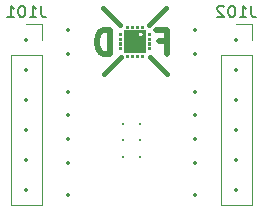
<source format=gbo>
%TF.GenerationSoftware,KiCad,Pcbnew,8.0.3*%
%TF.CreationDate,2024-08-11T06:13:30+12:00*%
%TF.ProjectId,soic-8,736f6963-2d38-42e6-9b69-6361645f7063,rev?*%
%TF.SameCoordinates,Original*%
%TF.FileFunction,Legend,Bot*%
%TF.FilePolarity,Positive*%
%FSLAX46Y46*%
G04 Gerber Fmt 4.6, Leading zero omitted, Abs format (unit mm)*
G04 Created by KiCad (PCBNEW 8.0.3) date 2024-08-11 06:13:30*
%MOMM*%
%LPD*%
G01*
G04 APERTURE LIST*
%ADD10C,0.150000*%
%ADD11C,0.500000*%
%ADD12C,0.120000*%
%ADD13C,0.400000*%
%ADD14C,0.100000*%
%ADD15C,0.350000*%
%ADD16C,0.200000*%
G04 APERTURE END LIST*
D10*
X-12934286Y-6504819D02*
X-12934286Y-7219104D01*
X-12934286Y-7219104D02*
X-12886667Y-7361961D01*
X-12886667Y-7361961D02*
X-12791429Y-7457200D01*
X-12791429Y-7457200D02*
X-12648572Y-7504819D01*
X-12648572Y-7504819D02*
X-12553334Y-7504819D01*
X-13934286Y-7504819D02*
X-13362858Y-7504819D01*
X-13648572Y-7504819D02*
X-13648572Y-6504819D01*
X-13648572Y-6504819D02*
X-13553334Y-6647676D01*
X-13553334Y-6647676D02*
X-13458096Y-6742914D01*
X-13458096Y-6742914D02*
X-13362858Y-6790533D01*
X-14553334Y-6504819D02*
X-14648572Y-6504819D01*
X-14648572Y-6504819D02*
X-14743810Y-6552438D01*
X-14743810Y-6552438D02*
X-14791429Y-6600057D01*
X-14791429Y-6600057D02*
X-14839048Y-6695295D01*
X-14839048Y-6695295D02*
X-14886667Y-6885771D01*
X-14886667Y-6885771D02*
X-14886667Y-7123866D01*
X-14886667Y-7123866D02*
X-14839048Y-7314342D01*
X-14839048Y-7314342D02*
X-14791429Y-7409580D01*
X-14791429Y-7409580D02*
X-14743810Y-7457200D01*
X-14743810Y-7457200D02*
X-14648572Y-7504819D01*
X-14648572Y-7504819D02*
X-14553334Y-7504819D01*
X-14553334Y-7504819D02*
X-14458096Y-7457200D01*
X-14458096Y-7457200D02*
X-14410477Y-7409580D01*
X-14410477Y-7409580D02*
X-14362858Y-7314342D01*
X-14362858Y-7314342D02*
X-14315239Y-7123866D01*
X-14315239Y-7123866D02*
X-14315239Y-6885771D01*
X-14315239Y-6885771D02*
X-14362858Y-6695295D01*
X-14362858Y-6695295D02*
X-14410477Y-6600057D01*
X-14410477Y-6600057D02*
X-14458096Y-6552438D01*
X-14458096Y-6552438D02*
X-14553334Y-6504819D01*
X-15267620Y-6600057D02*
X-15315239Y-6552438D01*
X-15315239Y-6552438D02*
X-15410477Y-6504819D01*
X-15410477Y-6504819D02*
X-15648572Y-6504819D01*
X-15648572Y-6504819D02*
X-15743810Y-6552438D01*
X-15743810Y-6552438D02*
X-15791429Y-6600057D01*
X-15791429Y-6600057D02*
X-15839048Y-6695295D01*
X-15839048Y-6695295D02*
X-15839048Y-6790533D01*
X-15839048Y-6790533D02*
X-15791429Y-6933390D01*
X-15791429Y-6933390D02*
X-15220001Y-7504819D01*
X-15220001Y-7504819D02*
X-15839048Y-7504819D01*
D11*
X-20768251Y-9528066D02*
X-20101584Y-9528066D01*
X-20101584Y-10575685D02*
X-20101584Y-8575685D01*
X-20101584Y-8575685D02*
X-21053965Y-8575685D01*
X-24901584Y-10575685D02*
X-24901584Y-8575685D01*
X-24901584Y-8575685D02*
X-25377774Y-8575685D01*
X-25377774Y-8575685D02*
X-25663489Y-8670923D01*
X-25663489Y-8670923D02*
X-25853965Y-8861399D01*
X-25853965Y-8861399D02*
X-25949203Y-9051875D01*
X-25949203Y-9051875D02*
X-26044441Y-9432827D01*
X-26044441Y-9432827D02*
X-26044441Y-9718542D01*
X-26044441Y-9718542D02*
X-25949203Y-10099494D01*
X-25949203Y-10099494D02*
X-25853965Y-10289970D01*
X-25853965Y-10289970D02*
X-25663489Y-10480447D01*
X-25663489Y-10480447D02*
X-25377774Y-10575685D01*
X-25377774Y-10575685D02*
X-24901584Y-10575685D01*
D10*
X-30714286Y-6504819D02*
X-30714286Y-7219104D01*
X-30714286Y-7219104D02*
X-30666667Y-7361961D01*
X-30666667Y-7361961D02*
X-30571429Y-7457200D01*
X-30571429Y-7457200D02*
X-30428572Y-7504819D01*
X-30428572Y-7504819D02*
X-30333334Y-7504819D01*
X-31714286Y-7504819D02*
X-31142858Y-7504819D01*
X-31428572Y-7504819D02*
X-31428572Y-6504819D01*
X-31428572Y-6504819D02*
X-31333334Y-6647676D01*
X-31333334Y-6647676D02*
X-31238096Y-6742914D01*
X-31238096Y-6742914D02*
X-31142858Y-6790533D01*
X-32333334Y-6504819D02*
X-32428572Y-6504819D01*
X-32428572Y-6504819D02*
X-32523810Y-6552438D01*
X-32523810Y-6552438D02*
X-32571429Y-6600057D01*
X-32571429Y-6600057D02*
X-32619048Y-6695295D01*
X-32619048Y-6695295D02*
X-32666667Y-6885771D01*
X-32666667Y-6885771D02*
X-32666667Y-7123866D01*
X-32666667Y-7123866D02*
X-32619048Y-7314342D01*
X-32619048Y-7314342D02*
X-32571429Y-7409580D01*
X-32571429Y-7409580D02*
X-32523810Y-7457200D01*
X-32523810Y-7457200D02*
X-32428572Y-7504819D01*
X-32428572Y-7504819D02*
X-32333334Y-7504819D01*
X-32333334Y-7504819D02*
X-32238096Y-7457200D01*
X-32238096Y-7457200D02*
X-32190477Y-7409580D01*
X-32190477Y-7409580D02*
X-32142858Y-7314342D01*
X-32142858Y-7314342D02*
X-32095239Y-7123866D01*
X-32095239Y-7123866D02*
X-32095239Y-6885771D01*
X-32095239Y-6885771D02*
X-32142858Y-6695295D01*
X-32142858Y-6695295D02*
X-32190477Y-6600057D01*
X-32190477Y-6600057D02*
X-32238096Y-6552438D01*
X-32238096Y-6552438D02*
X-32333334Y-6504819D01*
X-33619048Y-7504819D02*
X-33047620Y-7504819D01*
X-33333334Y-7504819D02*
X-33333334Y-6504819D01*
X-33333334Y-6504819D02*
X-33238096Y-6647676D01*
X-33238096Y-6647676D02*
X-33142858Y-6742914D01*
X-33142858Y-6742914D02*
X-33047620Y-6790533D01*
D12*
%TO.C,J102*%
X-15550000Y-10650000D02*
X-12890000Y-10650000D01*
X-15550000Y-23410000D02*
X-15550000Y-10650000D01*
X-15550000Y-23410000D02*
X-12890000Y-23410000D01*
X-14220000Y-8050000D02*
X-12890000Y-8050000D01*
X-12890000Y-8050000D02*
X-12890000Y-9380000D01*
X-12890000Y-23410000D02*
X-12890000Y-10650000D01*
D13*
%TO.C,G\u002A\u002A\u002A*%
X-25510660Y-6732233D02*
X-24096446Y-8146447D01*
X-25410660Y-12260661D02*
X-23996446Y-10846447D01*
X-20189339Y-6739340D02*
X-21603553Y-8153554D01*
X-20089339Y-12267768D02*
X-21503553Y-10853554D01*
D14*
X-24122742Y-8967241D02*
X-23947653Y-8967241D01*
X-23947653Y-8792042D01*
X-24122742Y-8792042D01*
X-24122742Y-8967241D01*
G36*
X-24122742Y-8967241D02*
G01*
X-23947653Y-8967241D01*
X-23947653Y-8792042D01*
X-24122742Y-8792042D01*
X-24122742Y-8967241D01*
G37*
X-24122742Y-9390240D02*
X-23947653Y-9390240D01*
X-23947653Y-9215041D01*
X-24122742Y-9215041D01*
X-24122742Y-9390240D01*
G36*
X-24122742Y-9390240D02*
G01*
X-23947653Y-9390240D01*
X-23947653Y-9215041D01*
X-24122742Y-9215041D01*
X-24122742Y-9390240D01*
G37*
X-24122742Y-9801026D02*
X-23947653Y-9801026D01*
X-23947653Y-9625827D01*
X-24122742Y-9625827D01*
X-24122742Y-9801026D01*
G36*
X-24122742Y-9801026D02*
G01*
X-23947653Y-9801026D01*
X-23947653Y-9625827D01*
X-24122742Y-9625827D01*
X-24122742Y-9801026D01*
G37*
X-24122742Y-10184379D02*
X-23947653Y-10184379D01*
X-23947653Y-10009180D01*
X-24122742Y-10009180D01*
X-24122742Y-10184379D01*
G36*
X-24122742Y-10184379D02*
G01*
X-23947653Y-10184379D01*
X-23947653Y-10009180D01*
X-24122742Y-10009180D01*
X-24122742Y-10184379D01*
G37*
X-23745025Y-10429393D02*
X-21907299Y-10429393D01*
X-21907299Y-8558850D01*
X-23745025Y-8558850D01*
X-23745025Y-10429393D01*
X-23696446Y-9074749D02*
X-22508002Y-9074749D01*
X-22508002Y-8646447D01*
X-23696446Y-8646447D01*
X-23696446Y-9074749D01*
G36*
X-23696446Y-9074749D02*
G01*
X-22508002Y-9074749D01*
X-22508002Y-8646447D01*
X-23696446Y-8646447D01*
X-23696446Y-9074749D01*
G37*
X-23696446Y-10346447D02*
X-21996446Y-10346447D01*
X-21996446Y-9146447D01*
X-23696446Y-9146447D01*
X-23696446Y-10346447D01*
G36*
X-23696446Y-10346447D02*
G01*
X-21996446Y-10346447D01*
X-21996446Y-9146447D01*
X-23696446Y-9146447D01*
X-23696446Y-10346447D01*
G37*
X-23529016Y-8380515D02*
X-23353817Y-8380515D01*
X-23353817Y-8205426D01*
X-23529016Y-8205426D01*
X-23529016Y-8380515D01*
G36*
X-23529016Y-8380515D02*
G01*
X-23353817Y-8380515D01*
X-23353817Y-8205426D01*
X-23529016Y-8205426D01*
X-23529016Y-8380515D01*
G37*
X-23529016Y-10833991D02*
X-23353817Y-10833991D01*
X-23353817Y-10658902D01*
X-23529016Y-10658902D01*
X-23529016Y-10833991D01*
G36*
X-23529016Y-10833991D02*
G01*
X-23353817Y-10833991D01*
X-23353817Y-10658902D01*
X-23529016Y-10658902D01*
X-23529016Y-10833991D01*
G37*
X-23106017Y-8380515D02*
X-22930818Y-8380515D01*
X-22930818Y-8205426D01*
X-23106017Y-8205426D01*
X-23106017Y-8380515D01*
G36*
X-23106017Y-8380515D02*
G01*
X-22930818Y-8380515D01*
X-22930818Y-8205426D01*
X-23106017Y-8205426D01*
X-23106017Y-8380515D01*
G37*
X-23106017Y-10833991D02*
X-22930818Y-10833991D01*
X-22930818Y-10658902D01*
X-23106017Y-10658902D01*
X-23106017Y-10833991D01*
G36*
X-23106017Y-10833991D02*
G01*
X-22930818Y-10833991D01*
X-22930818Y-10658902D01*
X-23106017Y-10658902D01*
X-23106017Y-10833991D01*
G37*
X-22695231Y-8380515D02*
X-22520032Y-8380515D01*
X-22520032Y-8205426D01*
X-22695231Y-8205426D01*
X-22695231Y-8380515D01*
G36*
X-22695231Y-8380515D02*
G01*
X-22520032Y-8380515D01*
X-22520032Y-8205426D01*
X-22695231Y-8205426D01*
X-22695231Y-8380515D01*
G37*
X-22695231Y-10833991D02*
X-22520032Y-10833991D01*
X-22520032Y-10658902D01*
X-22695231Y-10658902D01*
X-22695231Y-10833991D01*
G36*
X-22695231Y-10833991D02*
G01*
X-22520032Y-10833991D01*
X-22520032Y-10658902D01*
X-22695231Y-10658902D01*
X-22695231Y-10833991D01*
G37*
X-22451397Y-8723568D02*
X-21931344Y-8723568D01*
X-21931344Y-8646447D01*
X-22451397Y-8646447D01*
X-22451397Y-8723568D01*
G36*
X-22451397Y-8723568D02*
G01*
X-21931344Y-8723568D01*
X-21931344Y-8646447D01*
X-22451397Y-8646447D01*
X-22451397Y-8723568D01*
G37*
X-22311878Y-8380515D02*
X-22136679Y-8380515D01*
X-22136679Y-8205426D01*
X-22311878Y-8205426D01*
X-22311878Y-8380515D01*
G36*
X-22311878Y-8380515D02*
G01*
X-22136679Y-8380515D01*
X-22136679Y-8205426D01*
X-22311878Y-8205426D01*
X-22311878Y-8380515D01*
G37*
X-22311878Y-10833991D02*
X-22136679Y-10833991D01*
X-22136679Y-10658902D01*
X-22311878Y-10658902D01*
X-22311878Y-10833991D01*
G36*
X-22311878Y-10833991D02*
G01*
X-22136679Y-10833991D01*
X-22136679Y-10658902D01*
X-22311878Y-10658902D01*
X-22311878Y-10833991D01*
G37*
X-22083469Y-9146447D02*
X-21931344Y-9146447D01*
X-21931344Y-8646447D01*
X-22083469Y-8646447D01*
X-22083469Y-9146447D01*
G36*
X-22083469Y-9146447D02*
G01*
X-21931344Y-9146447D01*
X-21931344Y-8646447D01*
X-22083469Y-8646447D01*
X-22083469Y-9146447D01*
G37*
X-21710400Y-8967241D02*
X-21535311Y-8967241D01*
X-21535311Y-8792042D01*
X-21710400Y-8792042D01*
X-21710400Y-8967241D01*
G36*
X-21710400Y-8967241D02*
G01*
X-21535311Y-8967241D01*
X-21535311Y-8792042D01*
X-21710400Y-8792042D01*
X-21710400Y-8967241D01*
G37*
X-21710400Y-9390240D02*
X-21535311Y-9390240D01*
X-21535311Y-9215041D01*
X-21710400Y-9215041D01*
X-21710400Y-9390240D01*
G36*
X-21710400Y-9390240D02*
G01*
X-21535311Y-9390240D01*
X-21535311Y-9215041D01*
X-21710400Y-9215041D01*
X-21710400Y-9390240D01*
G37*
X-21710400Y-9801026D02*
X-21535311Y-9801026D01*
X-21535311Y-9625827D01*
X-21710400Y-9625827D01*
X-21710400Y-9801026D01*
G36*
X-21710400Y-9801026D02*
G01*
X-21535311Y-9801026D01*
X-21535311Y-9625827D01*
X-21710400Y-9625827D01*
X-21710400Y-9801026D01*
G37*
X-21710400Y-10184379D02*
X-21535311Y-10184379D01*
X-21535311Y-10009180D01*
X-21710400Y-10009180D01*
X-21710400Y-10184379D01*
G36*
X-21710400Y-10184379D02*
G01*
X-21535311Y-10184379D01*
X-21535311Y-10009180D01*
X-21710400Y-10009180D01*
X-21710400Y-10184379D01*
G37*
X-22096446Y-8946447D02*
G75*
G02*
X-22496446Y-8946447I-200000J0D01*
G01*
X-22496446Y-8946447D02*
G75*
G02*
X-22096446Y-8946447I200000J0D01*
G01*
D12*
%TO.C,J101*%
X-33330000Y-10650000D02*
X-30670000Y-10650000D01*
X-33330000Y-23410000D02*
X-33330000Y-10650000D01*
X-33330000Y-23410000D02*
X-30670000Y-23410000D01*
X-32000000Y-8050000D02*
X-30670000Y-8050000D01*
X-30670000Y-8050000D02*
X-30670000Y-9380000D01*
X-30670000Y-23410000D02*
X-30670000Y-10650000D01*
%TD*%
D15*
X-28500000Y-13800000D03*
X-28500000Y-10600000D03*
X-17700000Y-10600000D03*
X-17700000Y-8600000D03*
X-28500000Y-17800000D03*
D16*
X-23810000Y-16500000D03*
X-23810000Y-17900000D03*
X-23810000Y-19300000D03*
X-22410000Y-16500000D03*
X-22410000Y-17900000D03*
X-22410000Y-19300000D03*
D15*
X-28500000Y-22500000D03*
X-28500000Y-19800000D03*
X-17700000Y-17800000D03*
X-17700000Y-15800000D03*
X-17700000Y-19800000D03*
X-17700000Y-13800000D03*
X-17700000Y-22500000D03*
X-28500000Y-15800000D03*
X-28500000Y-8600000D03*
X-14220000Y-9380000D03*
X-14220000Y-11920000D03*
X-14220000Y-14460000D03*
X-14220000Y-17000000D03*
X-14220000Y-19540000D03*
X-14220000Y-22080000D03*
X-32000000Y-9380000D03*
X-32000000Y-11920000D03*
X-32000000Y-14460000D03*
X-32000000Y-17000000D03*
X-32000000Y-19540000D03*
X-32000000Y-22080000D03*
M02*

</source>
